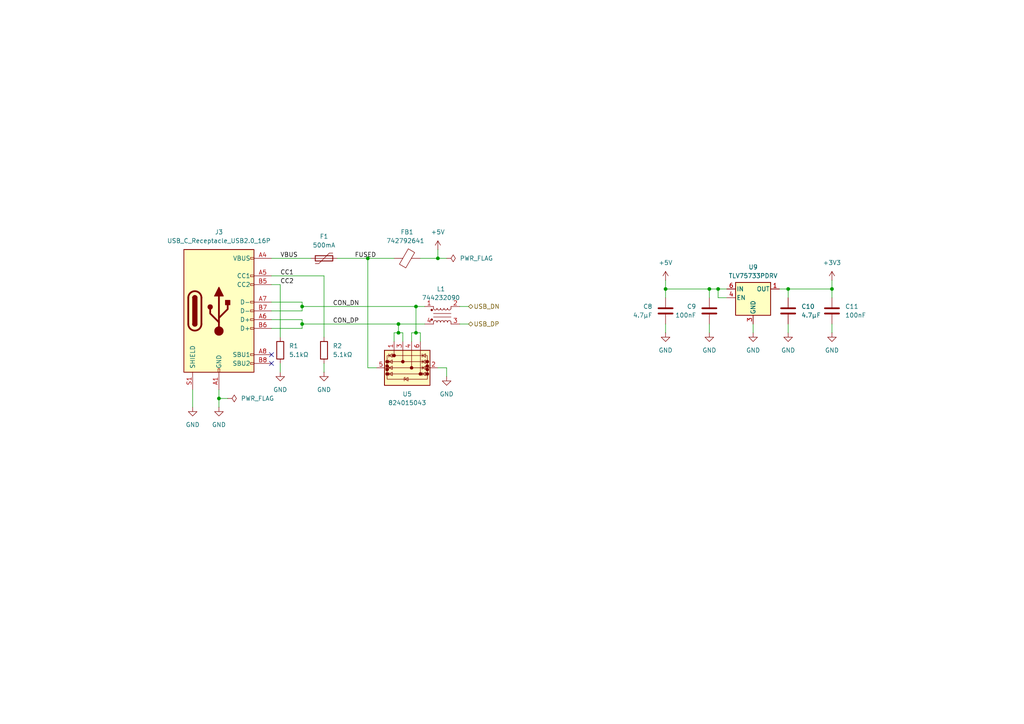
<source format=kicad_sch>
(kicad_sch (version 20231120) (generator "eeschema") (generator_version "8.0")
  (paper "A4")
  (title_block (title "CAN FD Interface") (date "2024-07-07") (rev "v1.0") (company "Spark Engineering"))
  (lib_symbols
    (symbol "Connector:USB_C_Receptacle_USB2.0_16P" (pin_names (offset 1.016))
      (property "Reference" "J" (at 0 22.225 0))
      (property "Value" "USB_C_Receptacle_USB2.0_16P" (at 0 19.685 0))
      (symbol "USB_C_Receptacle_USB2.0_16P_0_0"
        (rectangle (start -0.254 -17.78) (end 0.254 -16.764))
        (rectangle (start 10.16 -14.986) (end 9.144 -15.494))
        (rectangle (start 10.16 -12.446) (end 9.144 -12.954))
        (rectangle (start 10.16 -4.826) (end 9.144 -5.334))
        (rectangle (start 10.16 -2.286) (end 9.144 -2.794))
        (rectangle (start 10.16 0.254) (end 9.144 -0.254))
        (rectangle (start 10.16 2.794) (end 9.144 2.286))
        (rectangle (start 10.16 7.874) (end 9.144 7.366))
        (rectangle (start 10.16 10.414) (end 9.144 9.906))
        (rectangle (start 10.16 15.494) (end 9.144 14.986))
      )
      (symbol "USB_C_Receptacle_USB2.0_16P_0_1"
        (rectangle (start -10.16 17.78) (end 10.16 -17.78) (stroke (width 0.254)) (fill (type background)))
        (arc (start -8.89 -3.81) (mid -6.985 -5.7067) (end -5.08 -3.81) (stroke (width 0.508)))
        (arc (start -7.62 -3.81) (mid -6.985 -4.4423) (end -6.35 -3.81) (stroke (width 0.254)))
        (arc (start -7.62 -3.81) (mid -6.985 -4.4423) (end -6.35 -3.81) (stroke (width 0.254)) (fill (type outline)))
        (rectangle (start -7.62 -3.81) (end -6.35 3.81) (stroke (width 0.254)) (fill (type outline)))
        (arc (start -6.35 3.81) (mid -6.985 4.4423) (end -7.62 3.81) (stroke (width 0.254)))
        (arc (start -6.35 3.81) (mid -6.985 4.4423) (end -7.62 3.81) (stroke (width 0.254)) (fill (type outline)))
        (arc (start -5.08 3.81) (mid -6.985 5.7067) (end -8.89 3.81) (stroke (width 0.508)))
        (circle (center -2.54 1.143) (radius 0.635) (stroke (width 0.254)) (fill (type outline)))
        (circle (center 0 -5.842) (radius 1.27) (fill (type outline)))
        (polyline (pts (xy -8.89 -3.81) (xy -8.89 3.81)) (stroke (width 0.508)))
        (polyline (pts (xy -5.08 3.81) (xy -5.08 -3.81)) (stroke (width 0.508)))
        (polyline (pts (xy 0 -5.842) (xy 0 4.318)) (stroke (width 0.508)))
        (polyline (pts (xy 0 -3.302) (xy -2.54 -0.762) (xy -2.54 0.508)) (stroke (width 0.508)))
        (polyline (pts (xy 0 -2.032) (xy 2.54 0.508) (xy 2.54 1.778)) (stroke (width 0.508)))
        (polyline (pts (xy -1.27 4.318) (xy 0 6.858) (xy 1.27 4.318) (xy -1.27 4.318)) (stroke (width 0.254)) (fill (type outline)))
        (rectangle (start 1.905 1.778) (end 3.175 3.048) (stroke (width 0.254)) (fill (type outline)))
      )
      (symbol "USB_C_Receptacle_USB2.0_16P_1_1"
        (pin passive line (at 0 -22.86 90) (length 5.08) (name "GND") (number "A1"))
        (pin passive line (at 0 -22.86 90) (length 5.08) hide (name "GND") (number "A12"))
        (pin passive line (at 15.24 15.24 180) (length 5.08) (name "VBUS") (number "A4"))
        (pin bidirectional line (at 15.24 10.16 180) (length 5.08) (name "CC1") (number "A5"))
        (pin bidirectional line (at 15.24 -2.54 180) (length 5.08) (name "D+") (number "A6"))
        (pin bidirectional line (at 15.24 2.54 180) (length 5.08) (name "D-") (number "A7"))
        (pin bidirectional line (at 15.24 -12.7 180) (length 5.08) (name "SBU1") (number "A8"))
        (pin passive line (at 15.24 15.24 180) (length 5.08) hide (name "VBUS") (number "A9"))
        (pin passive line (at 0 -22.86 90) (length 5.08) hide (name "GND") (number "B1"))
        (pin passive line (at 0 -22.86 90) (length 5.08) hide (name "GND") (number "B12"))
        (pin passive line (at 15.24 15.24 180) (length 5.08) hide (name "VBUS") (number "B4"))
        (pin bidirectional line (at 15.24 7.62 180) (length 5.08) (name "CC2") (number "B5"))
        (pin bidirectional line (at 15.24 -5.08 180) (length 5.08) (name "D+") (number "B6"))
        (pin bidirectional line (at 15.24 0 180) (length 5.08) (name "D-") (number "B7"))
        (pin bidirectional line (at 15.24 -15.24 180) (length 5.08) (name "SBU2") (number "B8"))
        (pin passive line (at 15.24 15.24 180) (length 5.08) hide (name "VBUS") (number "B9"))
        (pin passive line (at -7.62 -22.86 90) (length 5.08) (name "SHIELD") (number "S1"))
      )
    )
    (symbol "Device:C" (pin_numbers hide) (pin_names (offset 0.254))
      (property "Reference" "C" (at 0.635 2.54 0))
      (property "Value" "C" (at 0.635 -2.54 0))
      (symbol "C_0_1"
        (polyline (pts (xy -2.032 -0.762) (xy 2.032 -0.762)) (stroke (width 0.508)))
        (polyline (pts (xy -2.032 0.762) (xy 2.032 0.762)) (stroke (width 0.508)))
      )
      (symbol "C_1_1"
        (pin passive line (at 0 3.81 270) (length 2.794) (name "~") (number "1"))
        (pin passive line (at 0 -3.81 90) (length 2.794) (name "~") (number "2"))
      )
    )
    (symbol "Device:FerriteBead" (pin_numbers hide) (pin_names (offset 0))
      (property "Reference" "FB" (at -3.81 0.635 90))
      (property "Value" "FerriteBead" (at 3.81 0 90))
      (symbol "FerriteBead_0_1"
        (polyline (pts (xy 0 -1.27) (xy 0 -1.2192)))
        (polyline (pts (xy 0 1.27) (xy 0 1.2954)))
        (polyline (pts (xy -2.7686 0.4064) (xy -1.7018 2.2606) (xy 2.7686 -0.3048) (xy 1.6764 -2.159) (xy -2.7686 0.4064)))
      )
      (symbol "FerriteBead_1_1"
        (pin passive line (at 0 3.81 270) (length 2.54) (name "~") (number "1"))
        (pin passive line (at 0 -3.81 90) (length 2.54) (name "~") (number "2"))
      )
    )
    (symbol "Device:Polyfuse" (pin_numbers hide) (pin_names (offset 0))
      (property "Reference" "F" (at -2.54 0 90))
      (property "Value" "Polyfuse" (at 2.54 0 90))
      (symbol "Polyfuse_0_1"
        (rectangle (start -0.762 2.54) (end 0.762 -2.54) (stroke (width 0.254)))
        (polyline (pts (xy 0 2.54) (xy 0 -2.54)))
        (polyline (pts (xy -1.524 2.54) (xy -1.524 1.524) (xy 1.524 -1.524) (xy 1.524 -2.54)))
      )
      (symbol "Polyfuse_1_1"
        (pin passive line (at 0 3.81 270) (length 1.27) (name "~") (number "1"))
        (pin passive line (at 0 -3.81 90) (length 1.27) (name "~") (number "2"))
      )
    )
    (symbol "Device:R" (pin_numbers hide) (pin_names (offset 0))
      (property "Reference" "R" (at 2.032 0 90))
      (property "Value" "R" (at 0 0 90))
      (symbol "R_0_1"
        (rectangle (start -1.016 -2.54) (end 1.016 2.54) (stroke (width 0.254)))
      )
      (symbol "R_1_1"
        (pin passive line (at 0 3.81 270) (length 1.27) (name "~") (number "1"))
        (pin passive line (at 0 -3.81 90) (length 1.27) (name "~") (number "2"))
      )
    )
    (symbol "Filter:Choke_Wurth_WE-CNSW_744232090"
      (property "Reference" "L" (at 0 5.08 0))
      (property "Value" "Choke_Wurth_WE-CNSW_744232090" (at 0 -5.08 0))
      (symbol "Choke_Wurth_WE-CNSW_744232090_1_1"
        (circle (center -3.048 -1.27) (radius 0.254) (fill (type outline)))
        (circle (center -3.048 1.524) (radius 0.254) (fill (type outline)))
        (arc (start -2.54 2.032) (mid -2.032 1.5262) (end -1.524 2.032))
        (arc (start -1.524 -2.032) (mid -2.032 -1.5262) (end -2.54 -2.032))
        (arc (start -1.524 2.032) (mid -1.016 1.5262) (end -0.508 2.032))
        (arc (start -0.508 -2.032) (mid -1.016 -1.5262) (end -1.524 -2.032))
        (arc (start -0.508 2.032) (mid 0 1.5262) (end 0.508 2.032))
        (polyline (pts (xy -2.54 -2.032) (xy -2.54 -2.54)))
        (polyline (pts (xy -2.54 0.508) (xy 2.54 0.508)))
        (polyline (pts (xy -2.54 2.032) (xy -2.54 2.54)))
        (polyline (pts (xy 2.54 -2.032) (xy 2.54 -2.54)))
        (polyline (pts (xy 2.54 -0.508) (xy -2.54 -0.508)))
        (polyline (pts (xy 2.54 2.54) (xy 2.54 2.032)))
        (arc (start 0.508 -2.032) (mid 0 -1.5262) (end -0.508 -2.032))
        (arc (start 0.508 2.032) (mid 1.016 1.5262) (end 1.524 2.032))
        (arc (start 1.524 -2.032) (mid 1.016 -1.5262) (end 0.508 -2.032))
        (arc (start 1.524 2.032) (mid 2.032 1.5262) (end 2.54 2.032))
        (arc (start 2.54 -2.032) (mid 2.032 -1.5262) (end 1.524 -2.032))
        (pin passive line (at -5.08 2.54 0) (length 2.54) (name "") (number "1"))
        (pin passive line (at 5.08 2.54 180) (length 2.54) (name "") (number "2"))
        (pin passive line (at 5.08 -2.54 180) (length 2.54) (name "") (number "3"))
        (pin passive line (at -5.08 -2.54 0) (length 2.54) (name "") (number "4"))
      )
    )
    (symbol "Power_Protection:WE-TVS-824015043" (pin_names hide)
      (property "Reference" "U" (at 0 12.7 0))
      (property "Value" "WE-TVS-824015043" (at 0 10.16 0))
      (symbol "WE-TVS-824015043_0_0"
        (circle (center -3.556 2.54) (radius 0.0001) (stroke (width 0.508)))
        (circle (center -1.778 -7.112) (radius 0.0001) (stroke (width 0.508)))
        (circle (center -1.778 0) (radius 0.0001) (stroke (width 0.508)))
        (circle (center -1.778 4.572) (radius 0.0001) (stroke (width 0.508)))
        (circle (center -0.508 -7.112) (radius 0.0001) (stroke (width 0.508)))
        (circle (center -0.508 4.572) (radius 0.0001) (stroke (width 0.508)))
        (circle (center 0 -2.54) (radius 0.0001) (stroke (width 0.508)))
        (circle (center 0.508 -7.112) (radius 0.0001) (stroke (width 0.508)))
        (circle (center 0.508 4.572) (radius 0.0001) (stroke (width 0.508)))
        (circle (center 1.778 -7.112) (radius 0.0001) (stroke (width 0.508)))
        (circle (center 1.778 -5.08) (radius 0.0001) (stroke (width 0.508)))
        (circle (center 1.778 4.572) (radius 0.0001) (stroke (width 0.508)))
      )
      (symbol "WE-TVS-824015043_0_1"
        (polyline (pts (xy -5.08 -5.08) (xy 1.778 -5.08)))
        (polyline (pts (xy -5.08 -2.54) (xy 0 -2.54)))
        (polyline (pts (xy -5.08 0) (xy -1.778 0)))
        (polyline (pts (xy -5.08 2.54) (xy -3.556 2.54)))
        (polyline (pts (xy -4.064 -5.588) (xy -3.048 -5.588)))
        (polyline (pts (xy -3.048 4.064) (xy -4.064 4.064)))
        (polyline (pts (xy -2.286 -5.588) (xy -1.27 -5.588)))
        (polyline (pts (xy -2.286 4.064) (xy -1.27 4.064)))
        (polyline (pts (xy -0.508 -5.588) (xy 0.508 -5.588)))
        (polyline (pts (xy 0 5.08) (xy 0.508 4.572)))
        (polyline (pts (xy 0.508 -7.112) (xy -0.508 -7.112)))
        (polyline (pts (xy 0.508 4.064) (xy -0.508 4.064)))
        (polyline (pts (xy 1.27 4.064) (xy 2.286 4.064)))
        (polyline (pts (xy 2.286 -5.588) (xy 1.27 -5.588)))
        (polyline (pts (xy 2.794 -0.762) (xy 2.794 -0.381) (xy 3.81 -0.381)))
        (polyline (pts (xy -4.064 3.048) (xy -3.048 3.048) (xy -3.556 4.064) (xy -4.064 3.048)))
        (polyline (pts (xy -3.048 -6.604) (xy -4.064 -6.604) (xy -3.556 -5.588) (xy -3.048 -6.604)))
        (polyline (pts (xy -1.27 -6.604) (xy -2.286 -6.604) (xy -1.778 -5.588) (xy -1.27 -6.604)))
        (polyline (pts (xy -1.27 3.048) (xy -2.286 3.048) (xy -1.778 4.064) (xy -1.27 3.048)))
        (polyline (pts (xy -0.508 -6.604) (xy 0.508 -6.604) (xy 0 -5.588) (xy -0.508 -6.604)))
        (polyline (pts (xy -0.508 3.048) (xy 0.508 3.048) (xy 0 4.064) (xy -0.508 3.048)))
        (polyline (pts (xy 1.27 -6.604) (xy 2.286 -6.604) (xy 1.778 -5.588) (xy 1.27 -6.604)))
        (polyline (pts (xy 1.778 4.572) (xy 3.302 4.572) (xy 3.302 -7.112) (xy 1.778 -7.112)))
        (polyline (pts (xy 2.286 3.048) (xy 1.27 3.048) (xy 1.778 4.064) (xy 2.286 3.048)))
        (polyline (pts (xy 3.81 -1.524) (xy 2.794 -1.524) (xy 3.302 -0.508) (xy 3.81 -1.524)))
      )
      (symbol "WE-TVS-824015043_1_1"
        (rectangle (start -5.08 5.334) (end 5.08 -7.874) (stroke (width 0.254)) (fill (type background)))
        (polyline (pts (xy -1.778 4.572) (xy -3.556 4.572) (xy -3.556 -7.112) (xy -1.778 -7.112)))
        (polyline (pts (xy -0.508 4.572) (xy 1.778 4.572) (xy 1.778 -7.112) (xy 0.508 -7.112)))
        (polyline (pts (xy 0.508 -7.112) (xy 0 -6.604) (xy 0 4.064) (xy -0.508 4.572)))
        (polyline (pts (xy 0 -7.62) (xy -0.508 -7.112) (xy -1.778 -7.112) (xy -1.778 4.572) (xy -0.508 4.572)))
        (pin passive line (at -7.62 2.54 0) (length 2.54) (name "I/O1") (number "1"))
        (pin passive line (at 0 -10.16 90) (length 2.54) (name "GND") (number "2"))
        (pin passive line (at -7.62 0 0) (length 2.54) (name "I/O2") (number "3"))
        (pin passive line (at -7.62 -2.54 0) (length 2.54) (name "I/O3") (number "4"))
        (pin passive line (at 0 7.62 270) (length 2.54) (name "VBUS") (number "5"))
        (pin passive line (at -7.62 -5.08 0) (length 2.54) (name "I/O4") (number "6"))
      )
    )
    (symbol "Regulator_Linear:TLV75733PDRV" (pin_names (offset 0.254))
      (property "Reference" "U" (at -3.81 5.715 0))
      (property "Value" "TLV75733PDRV" (at 0 5.715 0))
      (symbol "TLV75733PDRV_0_1"
        (rectangle (start -5.08 4.445) (end 5.08 -5.08) (stroke (width 0.254)) (fill (type background)))
      )
      (symbol "TLV75733PDRV_1_1"
        (pin power_out line (at 7.62 2.54 180) (length 2.54) (name "OUT") (number "1"))
        (pin no_connect line (at 5.08 0 180) (length 2.54) hide (name "NC") (number "2"))
        (pin power_in line (at 0 -7.62 90) (length 2.54) (name "GND") (number "3"))
        (pin input line (at -7.62 0 0) (length 2.54) (name "EN") (number "4"))
        (pin no_connect line (at 5.08 -2.54 180) (length 2.54) hide (name "NC") (number "5"))
        (pin power_in line (at -7.62 2.54 0) (length 2.54) (name "IN") (number "6"))
        (pin passive line (at 0 -7.62 90) (length 2.54) hide (name "GND") (number "7"))
      )
    )
    (symbol "power:+3V3" (power) (pin_numbers hide) (pin_names (offset 0) hide)
      (property "Value" "+3V3" (at 0 3.556 0))
      (symbol "+3V3_0_1"
        (polyline (pts (xy -0.762 1.27) (xy 0 2.54)))
        (polyline (pts (xy 0 0) (xy 0 2.54)))
        (polyline (pts (xy 0 2.54) (xy 0.762 1.27)))
      )
      (symbol "+3V3_1_1"
        (pin power_in line (at 0 0 90) (length 0) (name "~") (number "1"))
      )
    )
    (symbol "power:+5V" (power) (pin_numbers hide) (pin_names (offset 0) hide)
      (property "Value" "+5V" (at 0 3.556 0))
      (symbol "+5V_0_1"
        (polyline (pts (xy -0.762 1.27) (xy 0 2.54)))
        (polyline (pts (xy 0 0) (xy 0 2.54)))
        (polyline (pts (xy 0 2.54) (xy 0.762 1.27)))
      )
      (symbol "+5V_1_1"
        (pin power_in line (at 0 0 90) (length 0) (name "~") (number "1"))
      )
    )
    (symbol "power:GND" (power) (pin_numbers hide) (pin_names (offset 0) hide)
      (property "Value" "GND" (at 0 -3.81 0))
      (symbol "GND_0_1"
        (polyline (pts (xy 0 0) (xy 0 -1.27) (xy 1.27 -1.27) (xy 0 -2.54) (xy -1.27 -1.27) (xy 0 -1.27)))
      )
      (symbol "GND_1_1"
        (pin power_in line (at 0 0 270) (length 0) (name "~") (number "1"))
      )
    )
    (symbol "power:PWR_FLAG" (power) (pin_numbers hide) (pin_names (offset 0) hide)
      (property "Value" "PWR_FLAG" (at 0 3.81 0))
      (symbol "PWR_FLAG_0_0"
        (pin power_out line (at 0 0 90) (length 0) (name "~") (number "1"))
      )
      (symbol "PWR_FLAG_0_1"
        (polyline (pts (xy 0 0) (xy 0 1.27) (xy -1.016 1.905) (xy 0 2.54) (xy 1.016 1.905) (xy 0 1.27)))
      )
    )
  )
  (junction (at 120.65 88.9))
  (junction (at 205.74 83.82))
  (junction (at 115.57 93.98))
  (junction (at 228.6 83.82))
  (junction (at 208.28 83.82))
  (junction (at 115.57 96.52))
  (junction (at 241.3 83.82))
  (junction (at 87.63 88.9))
  (junction (at 120.65 96.52))
  (junction (at 106.68 74.93))
  (junction (at 87.63 93.98))
  (junction (at 63.5 115.57))
  (junction (at 127 74.93))
  (junction (at 193.04 83.82))
  (no_connect (at 78.74 102.87))
  (no_connect (at 78.74 105.41))
  (wire (pts (xy 114.3 96.52) (xy 115.57 96.52)))
  (wire (pts (xy 241.3 81.28) (xy 241.3 83.82)))
  (wire (pts (xy 87.63 93.98) (xy 87.63 95.25)))
  (wire (pts (xy 116.84 96.52) (xy 116.84 99.06)))
  (wire (pts (xy 109.22 106.68) (xy 106.68 106.68)))
  (wire (pts (xy 205.74 93.98) (xy 205.74 96.52)))
  (wire (pts (xy 78.74 95.25) (xy 87.63 95.25)))
  (wire (pts (xy 81.28 105.41) (xy 81.28 107.95)))
  (wire (pts (xy 205.74 83.82) (xy 208.28 83.82)))
  (wire (pts (xy 78.74 74.93) (xy 90.17 74.93)))
  (wire (pts (xy 226.06 83.82) (xy 228.6 83.82)))
  (wire (pts (xy 119.38 99.06) (xy 119.38 96.52)))
  (wire (pts (xy 87.63 92.71) (xy 87.63 93.98)))
  (wire (pts (xy 127 74.93) (xy 129.54 74.93)))
  (wire (pts (xy 133.35 93.98) (xy 135.89 93.98)))
  (wire (pts (xy 115.57 96.52) (xy 116.84 96.52)))
  (wire (pts (xy 205.74 83.82) (xy 193.04 83.82)))
  (wire (pts (xy 120.65 88.9) (xy 123.19 88.9)))
  (wire (pts (xy 106.68 74.93) (xy 114.3 74.93)))
  (wire (pts (xy 93.98 105.41) (xy 93.98 107.95)))
  (wire (pts (xy 78.74 82.55) (xy 81.28 82.55)))
  (wire (pts (xy 120.65 96.52) (xy 121.92 96.52)))
  (wire (pts (xy 87.63 87.63) (xy 87.63 88.9)))
  (wire (pts (xy 81.28 82.55) (xy 81.28 97.79)))
  (wire (pts (xy 97.79 74.93) (xy 106.68 74.93)))
  (wire (pts (xy 119.38 96.52) (xy 120.65 96.52)))
  (wire (pts (xy 87.63 88.9) (xy 120.65 88.9)))
  (wire (pts (xy 106.68 106.68) (xy 106.68 74.93)))
  (wire (pts (xy 228.6 83.82) (xy 241.3 83.82)))
  (wire (pts (xy 78.74 92.71) (xy 87.63 92.71)))
  (wire (pts (xy 93.98 80.01) (xy 93.98 97.79)))
  (wire (pts (xy 127 74.93) (xy 127 72.39)))
  (wire (pts (xy 218.44 93.98) (xy 218.44 96.52)))
  (wire (pts (xy 87.63 88.9) (xy 87.63 90.17)))
  (wire (pts (xy 63.5 113.03) (xy 63.5 115.57)))
  (wire (pts (xy 63.5 115.57) (xy 66.04 115.57)))
  (wire (pts (xy 133.35 88.9) (xy 135.89 88.9)))
  (wire (pts (xy 115.57 96.52) (xy 115.57 93.98)))
  (wire (pts (xy 241.3 86.36) (xy 241.3 83.82)))
  (wire (pts (xy 205.74 83.82) (xy 205.74 86.36)))
  (wire (pts (xy 93.98 80.01) (xy 78.74 80.01)))
  (wire (pts (xy 87.63 93.98) (xy 115.57 93.98)))
  (wire (pts (xy 241.3 93.98) (xy 241.3 96.52)))
  (wire (pts (xy 208.28 83.82) (xy 210.82 83.82)))
  (wire (pts (xy 210.82 86.36) (xy 208.28 86.36)))
  (wire (pts (xy 115.57 93.98) (xy 123.19 93.98)))
  (wire (pts (xy 121.92 96.52) (xy 121.92 99.06)))
  (wire (pts (xy 228.6 83.82) (xy 228.6 86.36)))
  (wire (pts (xy 208.28 86.36) (xy 208.28 83.82)))
  (wire (pts (xy 127 106.68) (xy 129.54 106.68)))
  (wire (pts (xy 120.65 96.52) (xy 120.65 88.9)))
  (wire (pts (xy 114.3 99.06) (xy 114.3 96.52)))
  (wire (pts (xy 193.04 81.28) (xy 193.04 83.82)))
  (wire (pts (xy 193.04 93.98) (xy 193.04 96.52)))
  (wire (pts (xy 121.92 74.93) (xy 127 74.93)))
  (wire (pts (xy 78.74 87.63) (xy 87.63 87.63)))
  (wire (pts (xy 193.04 83.82) (xy 193.04 86.36)))
  (wire (pts (xy 55.88 113.03) (xy 55.88 118.11)))
  (wire (pts (xy 129.54 106.68) (xy 129.54 109.22)))
  (wire (pts (xy 78.74 90.17) (xy 87.63 90.17)))
  (wire (pts (xy 63.5 115.57) (xy 63.5 118.11)))
  (wire (pts (xy 228.6 93.98) (xy 228.6 96.52)))
  (label "CON_DN" (at 96.52 88.9 0))
  (label "CC1" (at 81.28 80.01 0))
  (label "CC2" (at 81.28 82.55 0))
  (label "CON_DP" (at 96.52 93.98 0))
  (label "FUSED" (at 102.87 74.93 0))
  (label "VBUS" (at 81.28 74.93 0))
  (hierarchical_label "USB_DP" (shape bidirectional) (at 135.89 93.98 0))
  (hierarchical_label "USB_DN" (shape bidirectional) (at 135.89 88.9 0))
  (symbol (lib_id "power:PWR_FLAG") (at 66.04 115.57 270) (unit 1)
    (property "Reference" "#FLG02" (effects (hide yes)))
    (property "Value" "PWR_FLAG" (at 69.85 115.5699 90) (effects (justify left)))
    (property "Description" "Special symbol for telling ERC where power comes from" (effects (hide yes)))
  )
  (symbol (lib_id "power:GND") (at 218.44 96.52 0) (unit 1)
    (property "Reference" "#PWR028" (effects (hide yes)))
    (property "Value" "GND" (at 218.44 101.6 0))
    (property "Description" "Power symbol creates a global label with name \"GND\" , ground" (effects (hide yes)))
  )
  (symbol (lib_id "power:+5V") (at 127 72.39 0) (unit 1)
    (property "Reference" "#PWR023" (effects (hide yes)))
    (property "Value" "+5V" (at 127 67.31 0))
    (property "Description" "Power symbol creates a global label with name \"+5V\"" (effects (hide yes)))
  )
  (symbol (lib_id "Connector:USB_C_Receptacle_USB2.0_16P") (at 63.5 90.17 0) (unit 1)
    (property "Reference" "J3" (at 63.5 67.31 0))
    (property "Value" "USB_C_Receptacle_USB2.0_16P" (at 63.5 69.85 0))
    (property "Footprint" "Connector_USB:USB_C_Receptacle_GCT_USB4105-xx-A_16P_TopMnt_Horizontal" (effects (hide yes)))
    (property "Description" "USB 2.0-only 16P Type-C Receptacle connector" (effects (hide yes)))
    (property "Mouser No" "640-USB4105-GF-A-060" (effects (hide yes)))
    (property "Mfr. No" "USB4105-GF-A-060" (effects (hide yes)))
    (property "Mfr." "GCT" (effects (hide yes)))
  )
  (symbol (lib_id "power:PWR_FLAG") (at 129.54 74.93 270) (unit 1)
    (property "Reference" "#FLG01" (effects (hide yes)))
    (property "Value" "PWR_FLAG" (at 133.35 74.9299 90) (effects (justify left)))
    (property "Description" "Special symbol for telling ERC where power comes from" (effects (hide yes)))
  )
  (symbol (lib_id "Device:R") (at 81.28 101.6 0) (unit 1)
    (property "Reference" "R1" (at 83.82 100.3299 0) (effects (justify left)))
    (property "Value" "5.1kΩ" (at 83.82 102.8699 0) (effects (justify left)))
    (property "Footprint" "Resistor_SMD:R_0402_1005Metric" (effects (hide yes)))
    (property "Description" "Resistor" (effects (hide yes)))
    (property "Mouser No" "71-CRCW0402-5.1K-E3" (effects (hide yes)))
    (property "Mfr. No" "CRCW04025K10FKED" (effects (hide yes)))
    (property "Mfr." "Vishay / Dale" (effects (hide yes)))
  )
  (symbol (lib_id "Device:C") (at 193.04 90.17 0) (mirror y) (unit 1)
    (property "Reference" "C8" (at 189.23 88.8999 0) (effects (justify left)))
    (property "Value" "4.7µF" (at 189.23 91.4399 0) (effects (justify left)))
    (property "Footprint" "Capacitor_SMD:C_0402_1005Metric" (effects (hide yes)))
    (property "Description" "Unpolarized capacitor" (effects (hide yes)))
    (property "Mfr." "Murata Electronics" (effects (hide yes)))
    (property "Mfr. No" "GRM155R61A475MEAAD" (effects (hide yes)))
    (property "Mouser No" "81-GRM155R61A475MEAD " (effects (hide yes)))
  )
  (symbol (lib_id "power:GND") (at 205.74 96.52 0) (unit 1)
    (property "Reference" "#PWR027" (effects (hide yes)))
    (property "Value" "GND" (at 205.74 101.6 0))
    (property "Description" "Power symbol creates a global label with name \"GND\" , ground" (effects (hide yes)))
  )
  (symbol (lib_id "Device:R") (at 93.98 101.6 0) (unit 1)
    (property "Reference" "R2" (at 96.52 100.3299 0) (effects (justify left)))
    (property "Value" "5.1kΩ" (at 96.52 102.8699 0) (effects (justify left)))
    (property "Footprint" "Resistor_SMD:R_0402_1005Metric" (effects (hide yes)))
    (property "Description" "Resistor" (effects (hide yes)))
    (property "Mouser No" "71-CRCW0402-5.1K-E3" (effects (hide yes)))
    (property "Mfr. No" "CRCW04025K10FKED" (effects (hide yes)))
    (property "Mfr." "Vishay / Dale" (effects (hide yes)))
  )
  (symbol (lib_id "power:GND") (at 193.04 96.52 0) (unit 1)
    (property "Reference" "#PWR026" (effects (hide yes)))
    (property "Value" "GND" (at 193.04 101.6 0))
    (property "Description" "Power symbol creates a global label with name \"GND\" , ground" (effects (hide yes)))
  )
  (symbol (lib_id "power:GND") (at 93.98 107.95 0) (unit 1)
    (property "Reference" "#PWR032" (effects (hide yes)))
    (property "Value" "GND" (at 93.98 113.03 0))
    (property "Description" "Power symbol creates a global label with name \"GND\" , ground" (effects (hide yes)))
  )
  (symbol (lib_id "power:GND") (at 63.5 118.11 0) (unit 1)
    (property "Reference" "#PWR035" (effects (hide yes)))
    (property "Value" "GND" (at 63.5 123.19 0))
    (property "Description" "Power symbol creates a global label with name \"GND\" , ground" (effects (hide yes)))
  )
  (symbol (lib_id "power:GND") (at 55.88 118.11 0) (unit 1)
    (property "Reference" "#PWR034" (effects (hide yes)))
    (property "Value" "GND" (at 55.88 123.19 0))
    (property "Description" "Power symbol creates a global label with name \"GND\" , ground" (effects (hide yes)))
  )
  (symbol (lib_id "power:GND") (at 228.6 96.52 0) (unit 1)
    (property "Reference" "#PWR029" (effects (hide yes)))
    (property "Value" "GND" (at 228.6 101.6 0))
    (property "Description" "Power symbol creates a global label with name \"GND\" , ground" (effects (hide yes)))
  )
  (symbol (lib_id "power:+3V3") (at 241.3 81.28 0) (unit 1)
    (property "Reference" "#PWR025" (effects (hide yes)))
    (property "Value" "+3V3" (at 241.3 76.2 0))
    (property "Description" "Power symbol creates a global label with name \"+3V3\"" (effects (hide yes)))
  )
  (symbol (lib_id "Device:C") (at 228.6 90.17 0) (unit 1)
    (property "Reference" "C10" (at 232.41 88.8999 0) (effects (justify left)))
    (property "Value" "4.7µF" (at 232.41 91.4399 0) (effects (justify left)))
    (property "Footprint" "Capacitor_SMD:C_0402_1005Metric" (effects (hide yes)))
    (property "Description" "Unpolarized capacitor" (effects (hide yes)))
    (property "Mfr." "Murata Electronics" (effects (hide yes)))
    (property "Mfr. No" "GRM155R61A475MEAAD" (effects (hide yes)))
    (property "Mouser No" "81-GRM155R61A475MEAD " (effects (hide yes)))
  )
  (symbol (lib_id "Power_Protection:WE-TVS-824015043") (at 116.84 106.68 90) (mirror x) (unit 1)
    (property "Reference" "U5" (at 118.11 114.3 90))
    (property "Value" "824015043" (at 118.11 116.84 90))
    (property "Footprint" "Package_TO_SOT_SMD:SOT-23-6" (effects (hide yes)))
    (property "Description" "Low Capacitance TVS Diode Array, 2 Channels, SOT-23-6" (effects (hide yes)))
    (property "Mouser No" "710-824015043" (effects (hide yes)))
    (property "Mfr. No" "824015043" (effects (hide yes)))
    (property "Mfr." "Wurth Elektronik" (effects (hide yes)))
  )
  (symbol (lib_id "Device:FerriteBead") (at 118.11 74.93 90) (unit 1)
    (property "Reference" "FB1" (at 118.0592 67.31 90))
    (property "Value" "742792641 " (at 118.0592 69.85 90))
    (property "Footprint" "Inductor_SMD:L_0603_1608Metric" (effects (hide yes)))
    (property "Description" "Ferrite bead" (effects (hide yes)))
    (property "Mouser No" "710-742792641" (effects (hide yes)))
    (property "Mfr. No" "742792641 " (effects (hide yes)))
    (property "Mfr." "Wurth Elektronik" (effects (hide yes)))
  )
  (symbol (lib_id "Device:C") (at 241.3 90.17 0) (unit 1)
    (property "Reference" "C11" (at 245.11 88.8999 0) (effects (justify left)))
    (property "Value" "100nF" (at 245.11 91.4399 0) (effects (justify left)))
    (property "Footprint" "Capacitor_SMD:C_0402_1005Metric" (effects (hide yes)))
    (property "Description" "Unpolarized capacitor" (effects (hide yes)))
    (property "Mfr." "Murata Electronics" (effects (hide yes)))
    (property "Mfr. No" "GRM155R71A104KA01D" (effects (hide yes)))
    (property "Mouser No" "81-GRM155R71A104KA1D" (effects (hide yes)))
  )
  (symbol (lib_id "Device:C") (at 205.74 90.17 0) (mirror y) (unit 1)
    (property "Reference" "C9" (at 201.93 88.8999 0) (effects (justify left)))
    (property "Value" "100nF" (at 201.93 91.4399 0) (effects (justify left)))
    (property "Footprint" "Capacitor_SMD:C_0402_1005Metric" (effects (hide yes)))
    (property "Description" "Unpolarized capacitor" (effects (hide yes)))
    (property "Mfr." "Murata Electronics" (effects (hide yes)))
    (property "Mfr. No" "GRM155R71A104KA01D" (effects (hide yes)))
    (property "Mouser No" "81-GRM155R71A104KA1D" (effects (hide yes)))
  )
  (symbol (lib_id "Regulator_Linear:TLV75733PDRV") (at 218.44 86.36 0) (unit 1)
    (property "Reference" "U9" (at 218.44 77.47 0))
    (property "Value" "TLV75733PDRV" (at 218.44 80.01 0))
    (property "Footprint" "Package_SON:WSON-6-1EP_2x2mm_P0.65mm_EP1x1.6mm" (effects (hide yes)))
    (property "Description" "1A Low IQ Small Size Low Dropout Voltage Regulator, Fixed Output 3.3V, WSON6" (effects (hide yes)))
    (property "Mouser No" "595-TLV75733PDRVR" (effects (hide yes)))
    (property "Mfr. No" "TLV75733PDRVR" (effects (hide yes)))
    (property "Mfr." "Texas Instruments" (effects (hide yes)))
  )
  (symbol (lib_id "power:+5V") (at 193.04 81.28 0) (unit 1)
    (property "Reference" "#PWR024" (effects (hide yes)))
    (property "Value" "+5V" (at 193.04 76.2 0))
    (property "Description" "Power symbol creates a global label with name \"+5V\"" (effects (hide yes)))
  )
  (symbol (lib_id "power:GND") (at 241.3 96.52 0) (unit 1)
    (property "Reference" "#PWR030" (effects (hide yes)))
    (property "Value" "GND" (at 241.3 101.6 0))
    (property "Description" "Power symbol creates a global label with name \"GND\" , ground" (effects (hide yes)))
  )
  (symbol (lib_id "Device:Polyfuse") (at 93.98 74.93 90) (unit 1)
    (property "Reference" "F1" (at 93.98 68.58 90))
    (property "Value" "500mA" (at 93.98 71.12 90))
    (property "Footprint" "Fuse:Fuse_0603_1608Metric" (effects (hide yes)))
    (property "Description" "Resettable fuse, polymeric positive temperature coefficient" (effects (hide yes)))
    (property "Mouser No" "652-MF-FSML050/8-2" (effects (hide yes)))
    (property "Mfr. No" "MF-FSML050/8-2" (effects (hide yes)))
    (property "Mfr." "Bourns" (effects (hide yes)))
  )
  (symbol (lib_id "Filter:Choke_Wurth_WE-CNSW_744232090") (at 128.27 91.44 0) (unit 1)
    (property "Reference" "L1" (at 127.889 83.82 0))
    (property "Value" "744232090" (at 127.889 86.36 0))
    (property "Footprint" "Inductor_SMD:L_CommonMode_Wurth_WE-CNSW-1206" (effects (hide yes)))
    (property "Description" "Common mode choke, 370 mA, 125VDC, USB2.0, 111 nH" (effects (hide yes)))
    (property "Mouser No" "710-744232090" (effects (hide yes)))
    (property "Mfr. No" "744232090" (effects (hide yes)))
    (property "Mfr." "Wurth Elektronik" (effects (hide yes)))
  )
  (symbol (lib_id "power:GND") (at 81.28 107.95 0) (unit 1)
    (property "Reference" "#PWR031" (effects (hide yes)))
    (property "Value" "GND" (at 81.28 113.03 0))
    (property "Description" "Power symbol creates a global label with name \"GND\" , ground" (effects (hide yes)))
  )
  (symbol (lib_id "power:GND") (at 129.54 109.22 0) (unit 1)
    (property "Reference" "#PWR033" (effects (hide yes)))
    (property "Value" "GND" (at 129.54 114.3 0))
    (property "Description" "Power symbol creates a global label with name \"GND\" , ground" (effects (hide yes)))
  )
)
</source>
